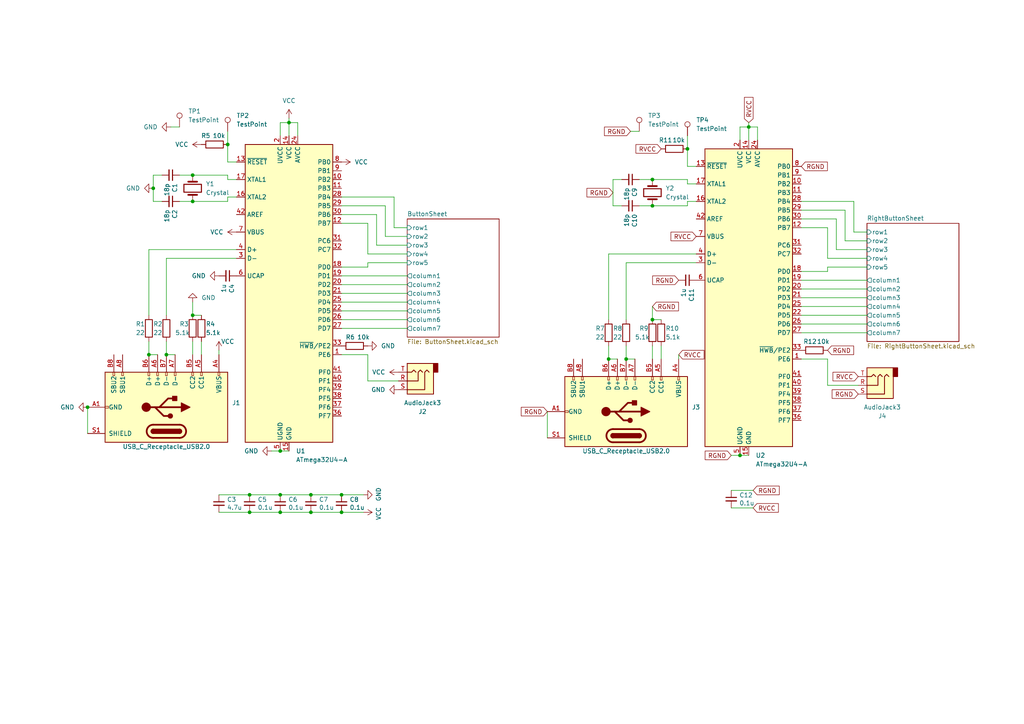
<source format=kicad_sch>
(kicad_sch (version 20211123) (generator eeschema)
  (paper "A4")
  (lib_symbols
    (symbol "Connector:AudioJack3"
      (property "Reference" "J" (at 0 8.89 0))
      (property "Value" "AudioJack3" (at 0 6.35 0))
      (symbol "AudioJack3_0_1"
        (rectangle (start -5.08 -5.08) (end -6.35 -2.54) (stroke (width 0.254)) (fill (type outline)))
        (polyline (pts (xy 0 -2.54) (xy 0.635 -3.175) (xy 1.27 -2.54) (xy 2.54 -2.54)) (stroke (width 0.254)))
        (polyline (pts (xy -1.905 -2.54) (xy -1.27 -3.175) (xy -0.635 -2.54) (xy -0.635 0) (xy 2.54 0)) (stroke (width 0.254)))
        (polyline (pts (xy 2.54 2.54) (xy -2.54 2.54) (xy -2.54 -2.54) (xy -3.175 -3.175) (xy -3.81 -2.54)) (stroke (width 0.254)))
        (rectangle (start 2.54 3.81) (end -5.08 -5.08) (stroke (width 0.254)) (fill (type background)))
      )
      (symbol "AudioJack3_1_1"
        (pin passive line (at 5.08 0 180) (length 2.54) (name "~") (number "R"))
        (pin passive line (at 5.08 2.54 180) (length 2.54) (name "~") (number "S"))
        (pin passive line (at 5.08 -2.54 180) (length 2.54) (name "~") (number "T"))
      )
    )
    (symbol "Connector:TestPoint" (pin_numbers hide) (pin_names (offset 0.762) hide)
      (property "Reference" "TP" (at 0 6.858 0))
      (property "Value" "TestPoint" (at 0 5.08 0))
      (symbol "TestPoint_0_1"
        (circle (center 0 3.302) (radius 0.762))
      )
      (symbol "TestPoint_1_1"
        (pin passive line (at 0 0 90) (length 2.54) (name "1") (number "1"))
      )
    )
    (symbol "Connector:USB_C_Receptacle_USB2.0" (pin_names (offset 1.016))
      (property "Reference" "J" (at -10.16 19.05 0))
      (property "Value" "USB_C_Receptacle_USB2.0" (at 19.05 19.05 0))
      (symbol "USB_C_Receptacle_USB2.0_0_0"
        (rectangle (start -0.254 -17.78) (end 0.254 -16.764))
        (rectangle (start 10.16 -14.986) (end 9.144 -15.494))
        (rectangle (start 10.16 -12.446) (end 9.144 -12.954))
        (rectangle (start 10.16 -4.826) (end 9.144 -5.334))
        (rectangle (start 10.16 -2.286) (end 9.144 -2.794))
        (rectangle (start 10.16 0.254) (end 9.144 -0.254))
        (rectangle (start 10.16 2.794) (end 9.144 2.286))
        (rectangle (start 10.16 7.874) (end 9.144 7.366))
        (rectangle (start 10.16 10.414) (end 9.144 9.906))
        (rectangle (start 10.16 15.494) (end 9.144 14.986))
      )
      (symbol "USB_C_Receptacle_USB2.0_0_1"
        (rectangle (start -10.16 17.78) (end 10.16 -17.78) (stroke (width 0.254)) (fill (type background)))
        (arc (start -8.89 -3.81) (mid -6.985 -5.715) (end -5.08 -3.81) (stroke (width 0.508)))
        (arc (start -7.62 -3.81) (mid -6.985 -4.445) (end -6.35 -3.81) (stroke (width 0.254)))
        (arc (start -7.62 -3.81) (mid -6.985 -4.445) (end -6.35 -3.81) (stroke (width 0.254)) (fill (type outline)))
        (rectangle (start -7.62 -3.81) (end -6.35 3.81) (stroke (width 0.254)) (fill (type outline)))
        (arc (start -6.35 3.81) (mid -6.985 4.445) (end -7.62 3.81) (stroke (width 0.254)))
        (arc (start -6.35 3.81) (mid -6.985 4.445) (end -7.62 3.81) (stroke (width 0.254)) (fill (type outline)))
        (arc (start -5.08 3.81) (mid -6.985 5.715) (end -8.89 3.81) (stroke (width 0.508)))
        (circle (center -2.54 1.143) (radius 0.635) (stroke (width 0.254)) (fill (type outline)))
        (circle (center 0 -5.842) (radius 1.27) (fill (type outline)))
        (polyline (pts (xy -8.89 -3.81) (xy -8.89 3.81)) (stroke (width 0.508)))
        (polyline (pts (xy -5.08 3.81) (xy -5.08 -3.81)) (stroke (width 0.508)))
        (polyline (pts (xy 0 -5.842) (xy 0 4.318)) (stroke (width 0.508)))
        (polyline (pts (xy 0 -3.302) (xy -2.54 -0.762) (xy -2.54 0.508)) (stroke (width 0.508)))
        (polyline (pts (xy 0 -2.032) (xy 2.54 0.508) (xy 2.54 1.778)) (stroke (width 0.508)))
        (polyline (pts (xy -1.27 4.318) (xy 0 6.858) (xy 1.27 4.318) (xy -1.27 4.318)) (stroke (width 0.254)) (fill (type outline)))
        (rectangle (start 1.905 1.778) (end 3.175 3.048) (stroke (width 0.254)) (fill (type outline)))
      )
      (symbol "USB_C_Receptacle_USB2.0_1_1"
        (pin passive line (at 0 -22.86 90) (length 5.08) (name "GND") (number "A1"))
        (pin passive line (at 0 -22.86 90) (length 5.08) hide (name "GND") (number "A12"))
        (pin passive line (at 15.24 15.24 180) (length 5.08) (name "VBUS") (number "A4"))
        (pin bidirectional line (at 15.24 10.16 180) (length 5.08) (name "CC1") (number "A5"))
        (pin bidirectional line (at 15.24 -2.54 180) (length 5.08) (name "D+") (number "A6"))
        (pin bidirectional line (at 15.24 2.54 180) (length 5.08) (name "D-") (number "A7"))
        (pin bidirectional line (at 15.24 -12.7 180) (length 5.08) (name "SBU1") (number "A8"))
        (pin passive line (at 15.24 15.24 180) (length 5.08) hide (name "VBUS") (number "A9"))
        (pin passive line (at 0 -22.86 90) (length 5.08) hide (name "GND") (number "B1"))
        (pin passive line (at 0 -22.86 90) (length 5.08) hide (name "GND") (number "B12"))
        (pin passive line (at 15.24 15.24 180) (length 5.08) hide (name "VBUS") (number "B4"))
        (pin bidirectional line (at 15.24 7.62 180) (length 5.08) (name "CC2") (number "B5"))
        (pin bidirectional line (at 15.24 -5.08 180) (length 5.08) (name "D+") (number "B6"))
        (pin bidirectional line (at 15.24 0 180) (length 5.08) (name "D-") (number "B7"))
        (pin bidirectional line (at 15.24 -15.24 180) (length 5.08) (name "SBU2") (number "B8"))
        (pin passive line (at 15.24 15.24 180) (length 5.08) hide (name "VBUS") (number "B9"))
        (pin passive line (at -7.62 -22.86 90) (length 5.08) (name "SHIELD") (number "S1"))
      )
    )
    (symbol "Device:C_Small" (pin_numbers hide) (pin_names (offset 0.254) hide)
      (property "Reference" "C" (at 0.254 1.778 0))
      (property "Value" "C_Small" (at 0.254 -2.032 0))
      (symbol "C_Small_0_1"
        (polyline (pts (xy -1.524 -0.508) (xy 1.524 -0.508)) (stroke (width 0.3302)))
        (polyline (pts (xy -1.524 0.508) (xy 1.524 0.508)) (stroke (width 0.3048)))
      )
      (symbol "C_Small_1_1"
        (pin passive line (at 0 2.54 270) (length 2.032) (name "~") (number "1"))
        (pin passive line (at 0 -2.54 90) (length 2.032) (name "~") (number "2"))
      )
    )
    (symbol "Device:Crystal" (pin_numbers hide) (pin_names (offset 1.016) hide)
      (property "Reference" "Y" (at 0 3.81 0))
      (property "Value" "Crystal" (at 0 -3.81 0))
      (symbol "Crystal_0_1"
        (rectangle (start -1.143 2.54) (end 1.143 -2.54) (stroke (width 0.3048)))
        (polyline (pts (xy -2.54 0) (xy -1.905 0)))
        (polyline (pts (xy -1.905 -1.27) (xy -1.905 1.27)) (stroke (width 0.508)))
        (polyline (pts (xy 1.905 -1.27) (xy 1.905 1.27)) (stroke (width 0.508)))
        (polyline (pts (xy 2.54 0) (xy 1.905 0)))
      )
      (symbol "Crystal_1_1"
        (pin passive line (at -3.81 0 0) (length 1.27) (name "1") (number "1"))
        (pin passive line (at 3.81 0 180) (length 1.27) (name "2") (number "2"))
      )
    )
    (symbol "Device:R" (pin_numbers hide) (pin_names (offset 0))
      (property "Reference" "R" (at 2.032 0 90))
      (property "Value" "R" (at 0 0 90))
      (symbol "R_0_1"
        (rectangle (start -1.016 -2.54) (end 1.016 2.54) (stroke (width 0.254)))
      )
      (symbol "R_1_1"
        (pin passive line (at 0 3.81 270) (length 1.27) (name "~") (number "1"))
        (pin passive line (at 0 -3.81 90) (length 1.27) (name "~") (number "2"))
      )
    )
    (symbol "MCU_Microchip_ATmega:ATmega32U4-A"
      (property "Reference" "U" (at -12.7 44.45 0))
      (property "Value" "ATmega32U4-A" (at 2.54 -44.45 0))
      (symbol "ATmega32U4-A_0_1"
        (rectangle (start -12.7 -43.18) (end 12.7 43.18) (stroke (width 0.254)) (fill (type background)))
      )
      (symbol "ATmega32U4-A_1_1"
        (pin bidirectional line (at 15.24 -17.78 180) (length 2.54) (name "PE6") (number "1"))
        (pin bidirectional line (at 15.24 33.02 180) (length 2.54) (name "PB2") (number "10"))
        (pin bidirectional line (at 15.24 30.48 180) (length 2.54) (name "PB3") (number "11"))
        (pin bidirectional line (at 15.24 20.32 180) (length 2.54) (name "PB7") (number "12"))
        (pin input line (at -15.24 38.1 0) (length 2.54) (name "~{RESET}") (number "13"))
        (pin power_in line (at 0 45.72 270) (length 2.54) (name "VCC") (number "14"))
        (pin power_in line (at 0 -45.72 90) (length 2.54) (name "GND") (number "15"))
        (pin output line (at -15.24 27.94 0) (length 2.54) (name "XTAL2") (number "16"))
        (pin input line (at -15.24 33.02 0) (length 2.54) (name "XTAL1") (number "17"))
        (pin bidirectional line (at 15.24 7.62 180) (length 2.54) (name "PD0") (number "18"))
        (pin bidirectional line (at 15.24 5.08 180) (length 2.54) (name "PD1") (number "19"))
        (pin power_in line (at -2.54 45.72 270) (length 2.54) (name "UVCC") (number "2"))
        (pin bidirectional line (at 15.24 2.54 180) (length 2.54) (name "PD2") (number "20"))
        (pin bidirectional line (at 15.24 0 180) (length 2.54) (name "PD3") (number "21"))
        (pin bidirectional line (at 15.24 -5.08 180) (length 2.54) (name "PD5") (number "22"))
        (pin passive line (at 0 -45.72 90) (length 2.54) hide (name "GND") (number "23"))
        (pin power_in line (at 2.54 45.72 270) (length 2.54) (name "AVCC") (number "24"))
        (pin bidirectional line (at 15.24 -2.54 180) (length 2.54) (name "PD4") (number "25"))
        (pin bidirectional line (at 15.24 -7.62 180) (length 2.54) (name "PD6") (number "26"))
        (pin bidirectional line (at 15.24 -10.16 180) (length 2.54) (name "PD7") (number "27"))
        (pin bidirectional line (at 15.24 27.94 180) (length 2.54) (name "PB4") (number "28"))
        (pin bidirectional line (at 15.24 25.4 180) (length 2.54) (name "PB5") (number "29"))
        (pin bidirectional line (at -15.24 10.16 0) (length 2.54) (name "D-") (number "3"))
        (pin bidirectional line (at 15.24 22.86 180) (length 2.54) (name "PB6") (number "30"))
        (pin bidirectional line (at 15.24 15.24 180) (length 2.54) (name "PC6") (number "31"))
        (pin bidirectional line (at 15.24 12.7 180) (length 2.54) (name "PC7") (number "32"))
        (pin bidirectional line (at 15.24 -15.24 180) (length 2.54) (name "~{HWB}/PE2") (number "33"))
        (pin passive line (at 0 45.72 270) (length 2.54) hide (name "VCC") (number "34"))
        (pin passive line (at 0 -45.72 90) (length 2.54) hide (name "GND") (number "35"))
        (pin bidirectional line (at 15.24 -35.56 180) (length 2.54) (name "PF7") (number "36"))
        (pin bidirectional line (at 15.24 -33.02 180) (length 2.54) (name "PF6") (number "37"))
        (pin bidirectional line (at 15.24 -30.48 180) (length 2.54) (name "PF5") (number "38"))
        (pin bidirectional line (at 15.24 -27.94 180) (length 2.54) (name "PF4") (number "39"))
        (pin bidirectional line (at -15.24 12.7 0) (length 2.54) (name "D+") (number "4"))
        (pin bidirectional line (at 15.24 -25.4 180) (length 2.54) (name "PF1") (number "40"))
        (pin bidirectional line (at 15.24 -22.86 180) (length 2.54) (name "PF0") (number "41"))
        (pin passive line (at -15.24 22.86 0) (length 2.54) (name "AREF") (number "42"))
        (pin passive line (at 0 -45.72 90) (length 2.54) hide (name "GND") (number "43"))
        (pin passive line (at 2.54 45.72 270) (length 2.54) hide (name "AVCC") (number "44"))
        (pin passive line (at -2.54 -45.72 90) (length 2.54) (name "UGND") (number "5"))
        (pin passive line (at -15.24 5.08 0) (length 2.54) (name "UCAP") (number "6"))
        (pin input line (at -15.24 17.78 0) (length 2.54) (name "VBUS") (number "7"))
        (pin bidirectional line (at 15.24 38.1 180) (length 2.54) (name "PB0") (number "8"))
        (pin bidirectional line (at 15.24 35.56 180) (length 2.54) (name "PB1") (number "9"))
      )
    )
    (symbol "power:GND" (power) (pin_names (offset 0))
      (property "Value" "GND" (at 0 -3.81 0))
      (symbol "GND_0_1"
        (polyline (pts (xy 0 0) (xy 0 -1.27) (xy 1.27 -1.27) (xy 0 -2.54) (xy -1.27 -1.27) (xy 0 -1.27)))
      )
      (symbol "GND_1_1"
        (pin power_in line (at 0 0 270) (length 0) hide (name "GND") (number "1"))
      )
    )
    (symbol "power:VCC" (power) (pin_names (offset 0))
      (property "Value" "VCC" (at 0 3.81 0))
      (symbol "VCC_0_1"
        (polyline (pts (xy -0.762 1.27) (xy 0 2.54)))
        (polyline (pts (xy 0 0) (xy 0 2.54)))
        (polyline (pts (xy 0 2.54) (xy 0.762 1.27)))
      )
      (symbol "VCC_1_1"
        (pin power_in line (at 0 0 90) (length 0) hide (name "VCC") (number "1"))
      )
    )
  )
  (junction (at 81.28 130.81))
  (junction (at 189.23 59.69))
  (junction (at 72.39 143.51))
  (junction (at 66.04 41.91))
  (junction (at 72.39 148.59))
  (junction (at 176.53 104.14))
  (junction (at 99.06 148.59))
  (junction (at 48.26 102.87))
  (junction (at 55.88 58.42))
  (junction (at 25.4 118.11))
  (junction (at 81.28 148.59))
  (junction (at 90.17 148.59))
  (junction (at 55.88 50.8))
  (junction (at 199.39 43.18))
  (junction (at 217.17 36.83))
  (junction (at 83.82 35.56))
  (junction (at 181.61 104.14))
  (junction (at 55.88 91.44))
  (junction (at 214.63 132.08))
  (junction (at 81.28 143.51))
  (junction (at 90.17 143.51))
  (junction (at 43.18 102.87))
  (junction (at 189.23 92.71))
  (junction (at 99.06 143.51))
  (junction (at 44.45 54.61))
  (junction (at 189.23 52.07))
  (wire (pts (xy 240.03 78.74) (xy 240.03 77.47)))
  (wire (pts (xy 99.06 59.69) (xy 111.76 59.69)))
  (wire (pts (xy 48.26 102.87) (xy 50.8 102.87)))
  (wire (pts (xy 201.93 76.2) (xy 181.61 76.2)))
  (wire (pts (xy 90.17 143.51) (xy 99.06 143.51)))
  (wire (pts (xy 66.04 38.1) (xy 66.04 41.91)))
  (wire (pts (xy 176.53 104.14) (xy 179.07 104.14)))
  (wire (pts (xy 43.18 102.87) (xy 45.72 102.87)))
  (wire (pts (xy 43.18 72.39) (xy 43.18 91.44)))
  (wire (pts (xy 111.76 59.69) (xy 111.76 68.58)))
  (wire (pts (xy 63.5 143.51) (xy 72.39 143.51)))
  (wire (pts (xy 242.57 72.39) (xy 251.46 72.39)))
  (wire (pts (xy 158.75 119.38) (xy 158.75 127)))
  (wire (pts (xy 176.53 73.66) (xy 176.53 92.71)))
  (wire (pts (xy 106.68 64.77) (xy 106.68 73.66)))
  (wire (pts (xy 68.58 52.07) (xy 66.04 52.07)))
  (wire (pts (xy 232.41 104.14) (xy 240.03 104.14)))
  (wire (pts (xy 185.42 52.07) (xy 189.23 52.07)))
  (wire (pts (xy 180.34 59.69) (xy 177.8 59.69)))
  (wire (pts (xy 81.28 39.37) (xy 81.28 35.56)))
  (wire (pts (xy 240.03 77.47) (xy 251.46 77.47)))
  (wire (pts (xy 232.41 60.96) (xy 245.11 60.96)))
  (wire (pts (xy 196.85 102.87) (xy 196.85 104.14)))
  (wire (pts (xy 201.93 73.66) (xy 176.53 73.66)))
  (wire (pts (xy 189.23 92.71) (xy 191.77 92.71)))
  (wire (pts (xy 25.4 118.11) (xy 25.4 125.73)))
  (wire (pts (xy 191.77 100.33) (xy 191.77 104.14)))
  (wire (pts (xy 199.39 39.37) (xy 199.39 43.18)))
  (wire (pts (xy 189.23 59.69) (xy 199.39 59.69)))
  (wire (pts (xy 99.06 62.23) (xy 109.22 62.23)))
  (wire (pts (xy 55.88 50.8) (xy 66.04 50.8)))
  (wire (pts (xy 66.04 57.15) (xy 66.04 58.42)))
  (wire (pts (xy 199.39 53.34) (xy 199.39 52.07)))
  (wire (pts (xy 182.88 38.1) (xy 185.42 38.1)))
  (wire (pts (xy 63.5 148.59) (xy 72.39 148.59)))
  (wire (pts (xy 199.39 58.42) (xy 199.39 59.69)))
  (wire (pts (xy 99.06 77.47) (xy 106.68 77.47)))
  (wire (pts (xy 232.41 78.74) (xy 240.03 78.74)))
  (wire (pts (xy 83.82 35.56) (xy 83.82 39.37)))
  (wire (pts (xy 99.06 148.59) (xy 105.41 148.59)))
  (wire (pts (xy 72.39 148.59) (xy 81.28 148.59)))
  (wire (pts (xy 99.06 87.63) (xy 118.11 87.63)))
  (wire (pts (xy 106.68 110.49) (xy 115.57 110.49)))
  (wire (pts (xy 181.61 100.33) (xy 181.61 104.14)))
  (wire (pts (xy 212.09 132.08) (xy 214.63 132.08)))
  (wire (pts (xy 86.36 39.37) (xy 86.36 35.56)))
  (wire (pts (xy 86.36 35.56) (xy 83.82 35.56)))
  (wire (pts (xy 247.65 67.31) (xy 251.46 67.31)))
  (wire (pts (xy 68.58 57.15) (xy 66.04 57.15)))
  (wire (pts (xy 219.71 40.64) (xy 219.71 36.83)))
  (wire (pts (xy 52.07 58.42) (xy 55.88 58.42)))
  (wire (pts (xy 232.41 88.9) (xy 251.46 88.9)))
  (wire (pts (xy 99.06 92.71) (xy 118.11 92.71)))
  (wire (pts (xy 99.06 80.01) (xy 118.11 80.01)))
  (wire (pts (xy 232.41 93.98) (xy 251.46 93.98)))
  (wire (pts (xy 232.41 86.36) (xy 251.46 86.36)))
  (wire (pts (xy 181.61 76.2) (xy 181.61 92.71)))
  (wire (pts (xy 240.03 66.04) (xy 240.03 74.93)))
  (wire (pts (xy 68.58 46.99) (xy 66.04 46.99)))
  (wire (pts (xy 245.11 69.85) (xy 251.46 69.85)))
  (wire (pts (xy 90.17 148.59) (xy 99.06 148.59)))
  (wire (pts (xy 55.88 58.42) (xy 66.04 58.42)))
  (wire (pts (xy 177.8 52.07) (xy 177.8 59.69)))
  (wire (pts (xy 217.17 36.83) (xy 217.17 40.64)))
  (wire (pts (xy 48.26 74.93) (xy 48.26 91.44)))
  (wire (pts (xy 185.42 59.69) (xy 189.23 59.69)))
  (wire (pts (xy 242.57 63.5) (xy 242.57 72.39)))
  (wire (pts (xy 232.41 58.42) (xy 247.65 58.42)))
  (wire (pts (xy 66.04 52.07) (xy 66.04 50.8)))
  (wire (pts (xy 176.53 100.33) (xy 176.53 104.14)))
  (wire (pts (xy 72.39 143.51) (xy 81.28 143.51)))
  (wire (pts (xy 52.07 50.8) (xy 55.88 50.8)))
  (wire (pts (xy 106.68 102.87) (xy 106.68 110.49)))
  (wire (pts (xy 99.06 90.17) (xy 118.11 90.17)))
  (wire (pts (xy 114.3 57.15) (xy 114.3 66.04)))
  (wire (pts (xy 245.11 60.96) (xy 245.11 69.85)))
  (wire (pts (xy 55.88 99.06) (xy 55.88 102.87)))
  (wire (pts (xy 44.45 58.42) (xy 44.45 54.61)))
  (wire (pts (xy 81.28 148.59) (xy 90.17 148.59)))
  (wire (pts (xy 240.03 74.93) (xy 251.46 74.93)))
  (wire (pts (xy 217.17 35.56) (xy 217.17 36.83)))
  (wire (pts (xy 181.61 104.14) (xy 184.15 104.14)))
  (wire (pts (xy 44.45 54.61) (xy 44.45 50.8)))
  (wire (pts (xy 232.41 81.28) (xy 251.46 81.28)))
  (wire (pts (xy 232.41 63.5) (xy 242.57 63.5)))
  (wire (pts (xy 55.88 87.63) (xy 55.88 91.44)))
  (wire (pts (xy 106.68 77.47) (xy 106.68 76.2)))
  (wire (pts (xy 199.39 43.18) (xy 199.39 48.26)))
  (wire (pts (xy 111.76 68.58) (xy 118.11 68.58)))
  (wire (pts (xy 44.45 50.8) (xy 46.99 50.8)))
  (wire (pts (xy 106.68 76.2) (xy 118.11 76.2)))
  (wire (pts (xy 232.41 66.04) (xy 240.03 66.04)))
  (wire (pts (xy 214.63 132.08) (xy 217.17 132.08)))
  (wire (pts (xy 66.04 41.91) (xy 66.04 46.99)))
  (wire (pts (xy 43.18 99.06) (xy 43.18 102.87)))
  (wire (pts (xy 240.03 111.76) (xy 248.92 111.76)))
  (wire (pts (xy 109.22 71.12) (xy 118.11 71.12)))
  (wire (pts (xy 201.93 48.26) (xy 199.39 48.26)))
  (wire (pts (xy 99.06 82.55) (xy 118.11 82.55)))
  (wire (pts (xy 68.58 72.39) (xy 43.18 72.39)))
  (wire (pts (xy 247.65 58.42) (xy 247.65 67.31)))
  (wire (pts (xy 63.5 101.6) (xy 63.5 102.87)))
  (wire (pts (xy 99.06 57.15) (xy 114.3 57.15)))
  (wire (pts (xy 201.93 58.42) (xy 199.39 58.42)))
  (wire (pts (xy 189.23 88.9) (xy 189.23 92.71)))
  (wire (pts (xy 48.26 99.06) (xy 48.26 102.87)))
  (wire (pts (xy 78.74 130.81) (xy 81.28 130.81)))
  (wire (pts (xy 106.68 73.66) (xy 118.11 73.66)))
  (wire (pts (xy 214.63 36.83) (xy 217.17 36.83)))
  (wire (pts (xy 99.06 102.87) (xy 106.68 102.87)))
  (wire (pts (xy 99.06 95.25) (xy 118.11 95.25)))
  (wire (pts (xy 114.3 66.04) (xy 118.11 66.04)))
  (wire (pts (xy 219.71 36.83) (xy 217.17 36.83)))
  (wire (pts (xy 46.99 58.42) (xy 44.45 58.42)))
  (wire (pts (xy 214.63 40.64) (xy 214.63 36.83)))
  (wire (pts (xy 58.42 99.06) (xy 58.42 102.87)))
  (wire (pts (xy 240.03 104.14) (xy 240.03 111.76)))
  (wire (pts (xy 99.06 85.09) (xy 118.11 85.09)))
  (wire (pts (xy 99.06 64.77) (xy 106.68 64.77)))
  (wire (pts (xy 232.41 91.44) (xy 251.46 91.44)))
  (wire (pts (xy 109.22 62.23) (xy 109.22 71.12)))
  (wire (pts (xy 81.28 130.81) (xy 83.82 130.81)))
  (wire (pts (xy 232.41 96.52) (xy 251.46 96.52)))
  (wire (pts (xy 189.23 100.33) (xy 189.23 104.14)))
  (wire (pts (xy 201.93 53.34) (xy 199.39 53.34)))
  (wire (pts (xy 81.28 35.56) (xy 83.82 35.56)))
  (wire (pts (xy 189.23 52.07) (xy 199.39 52.07)))
  (wire (pts (xy 99.06 143.51) (xy 105.41 143.51)))
  (wire (pts (xy 212.09 142.24) (xy 218.44 142.24)))
  (wire (pts (xy 232.41 83.82) (xy 251.46 83.82)))
  (wire (pts (xy 177.8 52.07) (xy 180.34 52.07)))
  (wire (pts (xy 49.53 36.83) (xy 52.07 36.83)))
  (wire (pts (xy 68.58 74.93) (xy 48.26 74.93)))
  (wire (pts (xy 83.82 34.29) (xy 83.82 35.56)))
  (wire (pts (xy 55.88 91.44) (xy 58.42 91.44)))
  (wire (pts (xy 81.28 143.51) (xy 90.17 143.51)))
  (wire (pts (xy 212.09 147.32) (xy 218.44 147.32)))
  (global_label "RVCC" (shape input) (at 201.93 68.58 180) (property "Intersheet References" "${INTERSHEET_REFS}" (effects hide)))
  (global_label "RVCC" (shape input) (at 217.17 35.56 90) (property "Intersheet References" "${INTERSHEET_REFS}" (effects hide)))
  (global_label "RVCC" (shape input) (at 191.77 43.18 180) (property "Intersheet References" "${INTERSHEET_REFS}" (effects hide)))
  (global_label "RGND" (shape input) (at 158.75 119.38 180) (property "Intersheet References" "${INTERSHEET_REFS}" (effects hide)))
  (global_label "RVCC" (shape input) (at 248.92 109.22 180) (property "Intersheet References" "${INTERSHEET_REFS}" (effects hide)))
  (global_label "RGND" (shape input) (at 196.85 81.28 180) (property "Intersheet References" "${INTERSHEET_REFS}" (effects hide)))
  (global_label "RGND" (shape input) (at 240.03 101.6 0) (property "Intersheet References" "${INTERSHEET_REFS}" (effects hide)))
  (global_label "RVCC" (shape input) (at 196.85 102.87 0) (property "Intersheet References" "${INTERSHEET_REFS}" (effects hide)))
  (global_label "RGND" (shape input) (at 232.41 48.26 0) (property "Intersheet References" "${INTERSHEET_REFS}" (effects hide)))
  (global_label "RGND" (shape input) (at 189.23 88.9 0) (property "Intersheet References" "${INTERSHEET_REFS}" (effects hide)))
  (global_label "RGND" (shape input) (at 248.92 114.3 180) (property "Intersheet References" "${INTERSHEET_REFS}" (effects hide)))
  (global_label "RGND" (shape input) (at 218.44 142.24 0) (property "Intersheet References" "${INTERSHEET_REFS}" (effects hide)))
  (global_label "RGND" (shape input) (at 182.88 38.1 180) (property "Intersheet References" "${INTERSHEET_REFS}" (effects hide)))
  (global_label "RVCC" (shape input) (at 218.44 147.32 0) (property "Intersheet References" "${INTERSHEET_REFS}" (effects hide)))
  (global_label "RGND" (shape input) (at 177.8 55.88 180) (property "Intersheet References" "${INTERSHEET_REFS}" (effects hide)))
  (global_label "RGND" (shape input) (at 212.09 132.08 180) (property "Intersheet References" "${INTERSHEET_REFS}" (effects hide)))
  (symbol (lib_id "Device:R") (at 191.77 96.52 0) (unit 1)
    (property "Reference" "R10" (at 193.04 95.25 0) (effects (justify left)))
    (property "Value" "5.1k" (at 193.04 97.79 0) (effects (justify left)))
    (property "Footprint" "Resistor_SMD:R_1206_3216Metric" (effects hide))
  )
  (symbol (lib_id "MCU_Microchip_ATmega:ATmega32U4-A") (at 83.82 85.09 0) (unit 1)
    (property "Reference" "U1" (at 85.8394 130.81 0) (effects (justify left)))
    (property "Value" "ATmega32U4-A" (at 85.8394 133.35 0) (effects (justify left)))
    (property "Footprint" "Package_QFP:TQFP-44_10x10mm_P0.8mm" (effects hide))
    (property "Datasheet" "http://ww1.microchip.com/downloads/en/DeviceDoc/Atmel-7766-8-bit-AVR-ATmega16U4-32U4_Datasheet.pdf" (effects hide))
  )
  (symbol (lib_id "MCU_Microchip_ATmega:ATmega32U4-A") (at 217.17 86.36 0) (unit 1)
    (property "Reference" "U2" (at 219.1894 132.08 0) (effects (justify left)))
    (property "Value" "ATmega32U4-A" (at 219.1894 134.62 0) (effects (justify left)))
    (property "Footprint" "Package_QFP:TQFP-44_10x10mm_P0.8mm" (effects hide))
    (property "Datasheet" "http://ww1.microchip.com/downloads/en/DeviceDoc/Atmel-7766-8-bit-AVR-ATmega16U4-32U4_Datasheet.pdf" (effects hide))
  )
  (symbol (lib_id "Connector:TestPoint") (at 185.42 38.1 0) (unit 1)
    (property "Reference" "TP3" (at 187.96 33.5279 0) (effects (justify left)))
    (property "Value" "TestPoint" (at 187.96 36.0679 0) (effects (justify left)))
    (property "Footprint" "TestPoint:TestPoint_THTPad_2.0x2.0mm_Drill1.0mm" (effects hide))
  )
  (symbol (lib_id "Device:C_Small") (at 182.88 52.07 270) (unit 1)
    (property "Reference" "C9" (at 184.0484 54.4068 0) (effects (justify left)))
    (property "Value" "18p" (at 181.737 54.4068 0) (effects (justify left)))
    (property "Footprint" "Capacitor_SMD:C_1206_3216Metric" (effects hide))
  )
  (symbol (lib_id "power:VCC") (at 99.06 46.99 270) (unit 1)
    (property "Reference" "#PWR011" (effects hide))
    (property "Value" "VCC" (at 102.87 46.9899 90) (effects (justify left)))
  )
  (symbol (lib_id "power:VCC") (at 115.57 107.95 90) (unit 1)
    (property "Reference" "#PWR015" (effects hide))
    (property "Value" "VCC" (at 111.76 107.9499 90) (effects (justify left)))
  )
  (symbol (lib_id "Device:C_Small") (at 66.04 80.01 270) (unit 1)
    (property "Reference" "C4" (at 67.2084 82.3468 0) (effects (justify left)))
    (property "Value" "1u" (at 64.897 82.3468 0) (effects (justify left)))
    (property "Footprint" "Capacitor_SMD:C_1206_3216Metric" (effects hide))
  )
  (symbol (lib_id "Device:C_Small") (at 81.28 146.05 0) (unit 1)
    (property "Reference" "C6" (at 83.6168 144.8816 0) (effects (justify left)))
    (property "Value" "0.1u" (at 83.6168 147.193 0) (effects (justify left)))
    (property "Footprint" "Capacitor_SMD:C_1206_3216Metric" (effects hide))
  )
  (symbol (lib_id "Device:C_Small") (at 49.53 58.42 270) (unit 1)
    (property "Reference" "C2" (at 50.6984 60.7568 0) (effects (justify left)))
    (property "Value" "18p" (at 48.387 60.7568 0) (effects (justify left)))
    (property "Footprint" "Capacitor_SMD:C_1206_3216Metric" (effects hide))
  )
  (symbol (lib_id "power:VCC") (at 68.58 67.31 90) (unit 1)
    (property "Reference" "#PWR08" (effects hide))
    (property "Value" "VCC" (at 60.96 67.31 90) (effects (justify right)))
  )
  (symbol (lib_id "Connector:AudioJack3") (at 120.65 110.49 180) (unit 1)
    (property "Reference" "J2" (at 122.555 119.38 0))
    (property "Value" "AudioJack3" (at 122.555 116.84 0))
    (property "Footprint" "XenophonFootprintLibrary_v3:Jack_3.5mm_Switronic_ST-005-G_horizontal" (effects hide))
  )
  (symbol (lib_id "power:GND") (at 105.41 143.51 90) (unit 1)
    (property "Reference" "#PWR012" (effects hide))
    (property "Value" "GND" (at 109.8042 143.383 0))
  )
  (symbol (lib_id "Device:C_Small") (at 199.39 81.28 270) (unit 1)
    (property "Reference" "C11" (at 200.5584 83.6168 0) (effects (justify left)))
    (property "Value" "1u" (at 198.247 83.6168 0) (effects (justify left)))
    (property "Footprint" "Capacitor_SMD:C_1206_3216Metric" (effects hide))
  )
  (symbol (lib_id "power:VCC") (at 83.82 34.29 0) (unit 1)
    (property "Reference" "#PWR010" (effects hide))
    (property "Value" "VCC" (at 83.82 29.21 0))
  )
  (symbol (lib_id "Device:Crystal") (at 55.88 54.61 90) (unit 1)
    (property "Reference" "Y1" (at 59.69 53.3399 90) (effects (justify right)))
    (property "Value" "Crystal" (at 59.69 55.8799 90) (effects (justify right)))
    (property "Footprint" "XenophonFootprintLibrary_v3:Crystal_SMD_2016-4Pin_2.0x1.6mm" (effects hide))
  )
  (symbol (lib_id "power:VCC") (at 58.42 41.91 90) (unit 1)
    (property "Reference" "#PWR05" (effects hide))
    (property "Value" "VCC" (at 50.8 41.91 90) (effects (justify right)))
  )
  (symbol (lib_id "power:GND") (at 25.4 118.11 270) (unit 1)
    (property "Reference" "#PWR01" (effects hide))
    (property "Value" "GND" (at 21.59 118.1099 90) (effects (justify right)))
  )
  (symbol (lib_id "Device:C_Small") (at 182.88 59.69 270) (unit 1)
    (property "Reference" "C10" (at 184.0484 62.0268 0) (effects (justify left)))
    (property "Value" "18p" (at 181.737 62.0268 0) (effects (justify left)))
    (property "Footprint" "Capacitor_SMD:C_1206_3216Metric" (effects hide))
  )
  (symbol (lib_id "Connector:USB_C_Receptacle_USB2.0") (at 48.26 118.11 270) (mirror x) (unit 1)
    (property "Reference" "J1" (at 67.31 116.8399 90) (effects (justify left)))
    (property "Value" "USB_C_Receptacle_USB2.0" (at 35.56 129.54 90) (effects (justify left)))
    (property "Footprint" "XenophonFootprintLibrary_v3:USB_C_Receptacle_HRO_TYPE-C-31-M-12" (effects hide))
    (property "Datasheet" "https://www.usb.org/sites/default/files/documents/usb_type-c.zip" (effects hide))
  )
  (symbol (lib_id "Device:C_Small") (at 90.17 146.05 0) (unit 1)
    (property "Reference" "C7" (at 92.5068 144.8816 0) (effects (justify left)))
    (property "Value" "0.1u" (at 92.5068 147.193 0) (effects (justify left)))
    (property "Footprint" "Capacitor_SMD:C_1206_3216Metric" (effects hide))
  )
  (symbol (lib_id "Connector:TestPoint") (at 199.39 39.37 0) (unit 1)
    (property "Reference" "TP4" (at 201.93 34.7979 0) (effects (justify left)))
    (property "Value" "TestPoint" (at 201.93 37.3379 0) (effects (justify left)))
    (property "Footprint" "TestPoint:TestPoint_THTPad_2.0x2.0mm_Drill1.0mm" (effects hide))
  )
  (symbol (lib_id "Device:R") (at 176.53 96.52 0) (unit 1)
    (property "Reference" "R7" (at 172.72 95.25 0) (effects (justify left)))
    (property "Value" "22" (at 172.72 97.79 0) (effects (justify left)))
    (property "Footprint" "Resistor_SMD:R_1206_3216Metric" (effects hide))
  )
  (symbol (lib_id "Connector:TestPoint") (at 52.07 36.83 0) (unit 1)
    (property "Reference" "TP1" (at 54.61 32.2579 0) (effects (justify left)))
    (property "Value" "TestPoint" (at 54.61 34.7979 0) (effects (justify left)))
    (property "Footprint" "TestPoint:TestPoint_THTPad_2.0x2.0mm_Drill1.0mm" (effects hide))
  )
  (symbol (lib_id "Device:R") (at 48.26 95.25 0) (unit 1)
    (property "Reference" "R2" (at 44.45 93.98 0) (effects (justify left)))
    (property "Value" "22" (at 44.45 96.52 0) (effects (justify left)))
    (property "Footprint" "Resistor_SMD:R_1206_3216Metric" (effects hide))
  )
  (symbol (lib_id "Device:C_Small") (at 49.53 50.8 270) (unit 1)
    (property "Reference" "C1" (at 50.6984 53.1368 0) (effects (justify left)))
    (property "Value" "18p" (at 48.387 53.1368 0) (effects (justify left)))
    (property "Footprint" "Capacitor_SMD:C_1206_3216Metric" (effects hide))
  )
  (symbol (lib_id "Device:R") (at 43.18 95.25 0) (unit 1)
    (property "Reference" "R1" (at 39.37 93.98 0) (effects (justify left)))
    (property "Value" "22" (at 39.37 96.52 0) (effects (justify left)))
    (property "Footprint" "Resistor_SMD:R_1206_3216Metric" (effects hide))
  )
  (symbol (lib_id "Connector:AudioJack3") (at 254 111.76 180) (unit 1)
    (property "Reference" "J4" (at 255.905 120.65 0))
    (property "Value" "AudioJack3" (at 255.905 118.11 0))
    (property "Footprint" "XenophonFootprintLibrary_v3:Jack_3.5mm_Switronic_ST-005-G_horizontal" (effects hide))
  )
  (symbol (lib_id "power:GND") (at 106.68 100.33 90) (unit 1)
    (property "Reference" "#PWR014" (effects hide))
    (property "Value" "GND" (at 110.49 100.3299 90) (effects (justify right)))
  )
  (symbol (lib_id "power:VCC") (at 105.41 148.59 270) (unit 1)
    (property "Reference" "#PWR013" (effects hide))
    (property "Value" "VCC" (at 109.8042 148.971 0))
  )
  (symbol (lib_id "Device:R") (at 181.61 96.52 0) (unit 1)
    (property "Reference" "R8" (at 177.8 95.25 0) (effects (justify left)))
    (property "Value" "22" (at 177.8 97.79 0) (effects (justify left)))
    (property "Footprint" "Resistor_SMD:R_1206_3216Metric" (effects hide))
  )
  (symbol (lib_id "Device:R") (at 58.42 95.25 0) (unit 1)
    (property "Reference" "R4" (at 59.69 93.98 0) (effects (justify left)))
    (property "Value" "5.1k" (at 59.69 96.52 0) (effects (justify left)))
    (property "Footprint" "Resistor_SMD:R_1206_3216Metric" (effects hide))
  )
  (symbol (lib_id "power:VCC") (at 63.5 101.6 0) (unit 1)
    (property "Reference" "#PWR07" (effects hide))
    (property "Value" "VCC" (at 66.04 99.06 0))
  )
  (symbol (lib_id "power:GND") (at 55.88 87.63 180) (unit 1)
    (property "Reference" "#PWR04" (effects hide))
    (property "Value" "GND" (at 58.42 86.3599 0) (effects (justify right)))
  )
  (symbol (lib_id "Device:R") (at 55.88 95.25 0) (unit 1)
    (property "Reference" "R3" (at 52.07 93.98 0) (effects (justify left)))
    (property "Value" "5.1k" (at 50.8 96.52 0) (effects (justify left)))
    (property "Footprint" "Resistor_SMD:R_1206_3216Metric" (effects hide))
  )
  (symbol (lib_id "power:GND") (at 115.57 113.03 270) (unit 1)
    (property "Reference" "#PWR016" (effects hide))
    (property "Value" "GND" (at 111.76 113.0299 90) (effects (justify right)))
  )
  (symbol (lib_id "Device:Crystal") (at 189.23 55.88 90) (unit 1)
    (property "Reference" "Y2" (at 193.04 54.6099 90) (effects (justify right)))
    (property "Value" "Crystal" (at 193.04 57.1499 90) (effects (justify right)))
    (property "Footprint" "XenophonFootprintLibrary_v3:Crystal_SMD_2016-4Pin_2.0x1.6mm" (effects hide))
  )
  (symbol (lib_id "power:GND") (at 63.5 80.01 270) (unit 1)
    (property "Reference" "#PWR06" (effects hide))
    (property "Value" "GND" (at 59.69 80.0099 90) (effects (justify right)))
  )
  (symbol (lib_id "Device:R") (at 195.58 43.18 90) (unit 1)
    (property "Reference" "R11" (at 193.04 40.64 90))
    (property "Value" "10k" (at 196.85 40.64 90))
    (property "Footprint" "Resistor_SMD:R_1206_3216Metric" (effects hide))
  )
  (symbol (lib_id "power:GND") (at 78.74 130.81 270) (unit 1)
    (property "Reference" "#PWR09" (effects hide))
    (property "Value" "GND" (at 74.93 130.8099 90) (effects (justify right)))
  )
  (symbol (lib_id "Device:C_Small") (at 99.06 146.05 0) (unit 1)
    (property "Reference" "C8" (at 101.3968 144.8816 0) (effects (justify left)))
    (property "Value" "0.1u" (at 101.3968 147.193 0) (effects (justify left)))
    (property "Footprint" "Capacitor_SMD:C_1206_3216Metric" (effects hide))
  )
  (symbol (lib_id "Connector:USB_C_Receptacle_USB2.0") (at 181.61 119.38 270) (mirror x) (unit 1)
    (property "Reference" "J3" (at 200.66 118.1099 90) (effects (justify left)))
    (property "Value" "USB_C_Receptacle_USB2.0" (at 168.91 130.81 90) (effects (justify left)))
    (property "Footprint" "XenophonFootprintLibrary_v3:USB_C_Receptacle_HRO_TYPE-C-31-M-12" (effects hide))
    (property "Datasheet" "https://www.usb.org/sites/default/files/documents/usb_type-c.zip" (effects hide))
  )
  (symbol (lib_id "power:GND") (at 44.45 54.61 270) (unit 1)
    (property "Reference" "#PWR02" (effects hide))
    (property "Value" "GND" (at 40.64 54.6099 90) (effects (justify right)))
  )
  (symbol (lib_id "Device:R") (at 236.22 101.6 90) (unit 1)
    (property "Reference" "R12" (at 234.95 99.06 90))
    (property "Value" "10k" (at 238.76 99.06 90))
    (property "Footprint" "Resistor_SMD:R_1206_3216Metric" (effects hide))
  )
  (symbol (lib_id "power:GND") (at 49.53 36.83 270) (unit 1)
    (property "Reference" "#PWR03" (effects hide))
    (property "Value" "GND" (at 45.72 36.8299 90) (effects (justify right)))
  )
  (symbol (lib_id "Device:C_Small") (at 72.39 146.05 0) (unit 1)
    (property "Reference" "C5" (at 74.7268 144.8816 0) (effects (justify left)))
    (property "Value" "0.1u" (at 74.7268 147.193 0) (effects (justify left)))
    (property "Footprint" "Capacitor_SMD:C_1206_3216Metric" (effects hide))
  )
  (symbol (lib_id "Device:R") (at 189.23 96.52 0) (unit 1)
    (property "Reference" "R9" (at 185.42 95.25 0) (effects (justify left)))
    (property "Value" "5.1k" (at 184.15 97.79 0) (effects (justify left)))
    (property "Footprint" "Resistor_SMD:R_1206_3216Metric" (effects hide))
  )
  (symbol (lib_id "Device:R") (at 62.23 41.91 90) (unit 1)
    (property "Reference" "R5" (at 59.69 39.37 90))
    (property "Value" "10k" (at 63.5 39.37 90))
    (property "Footprint" "Resistor_SMD:R_1206_3216Metric" (effects hide))
  )
  (symbol (lib_id "Connector:TestPoint") (at 66.04 38.1 0) (unit 1)
    (property "Reference" "TP2" (at 68.58 33.5279 0) (effects (justify left)))
    (property "Value" "TestPoint" (at 68.58 36.0679 0) (effects (justify left)))
    (property "Footprint" "TestPoint:TestPoint_THTPad_2.0x2.0mm_Drill1.0mm" (effects hide))
  )
  (symbol (lib_id "Device:C_Small") (at 212.09 144.78 0) (unit 1)
    (property "Reference" "C12" (at 214.4268 143.6116 0) (effects (justify left)))
    (property "Value" "0.1u" (at 214.4268 145.923 0) (effects (justify left)))
    (property "Footprint" "Capacitor_SMD:C_1206_3216Metric" (effects hide))
  )
  (symbol (lib_id "Device:C_Small") (at 63.5 146.05 0) (unit 1)
    (property "Reference" "C3" (at 65.8368 144.8816 0) (effects (justify left)))
    (property "Value" "4.7u" (at 65.8368 147.193 0) (effects (justify left)))
    (property "Footprint" "Capacitor_SMD:C_1206_3216Metric" (effects hide))
  )
  (symbol (lib_id "Device:R") (at 102.87 100.33 90) (unit 1)
    (property "Reference" "R6" (at 101.6 97.79 90))
    (property "Value" "10k" (at 105.41 97.79 90))
    (property "Footprint" "Resistor_SMD:R_1206_3216Metric" (effects hide))
  )
  (sheet (at 251.46 64.77) (size 26.67 34.29) (stroke (width 0.1524))
    (property "Sheet name" "RightButtonSheet" (at 251.46 64.0584 0) (effects (justify left bottom)))
    (property "Sheet file" "RightButtonSheet.kicad_sch" (at 251.46 99.6446 0) (effects (justify left top)))
    (pin "column4" output (at 251.46 88.9 180))
    (pin "column3" output (at 251.46 86.36 180))
    (pin "column2" output (at 251.46 83.82 180))
    (pin "row1" input (at 251.46 67.31 180))
    (pin "row2" input (at 251.46 69.85 180))
    (pin "column1" output (at 251.46 81.28 180))
    (pin "row5" input (at 251.46 77.47 180))
    (pin "row4" input (at 251.46 74.93 180))
    (pin "row3" input (at 251.46 72.39 180))
    (pin "column5" output (at 251.46 91.44 180))
    (pin "column7" output (at 251.46 96.52 180))
    (pin "column6" output (at 251.46 93.98 180))
  )
  (sheet (at 118.11 63.5) (size 26.67 34.29) (stroke (width 0.1524))
    (property "Sheet name" "ButtonSheet" (at 118.11 62.7884 0) (effects (justify left bottom)))
    (property "Sheet file" "ButtonSheet.kicad_sch" (at 118.11 98.3746 0) (effects (justify left top)))
    (pin "row1" input (at 118.11 66.04 180))
    (pin "column5" output (at 118.11 90.17 180))
    (pin "column6" output (at 118.11 92.71 180))
    (pin "column2" output (at 118.11 82.55 180))
    (pin "column3" output (at 118.11 85.09 180))
    (pin "column4" output (at 118.11 87.63 180))
    (pin "row4" input (at 118.11 73.66 180))
    (pin "row5" input (at 118.11 76.2 180))
    (pin "column1" output (at 118.11 80.01 180))
    (pin "row2" input (at 118.11 68.58 180))
    (pin "row3" input (at 118.11 71.12 180))
    (pin "column7" output (at 118.11 95.25 180))
  )
)
</source>
